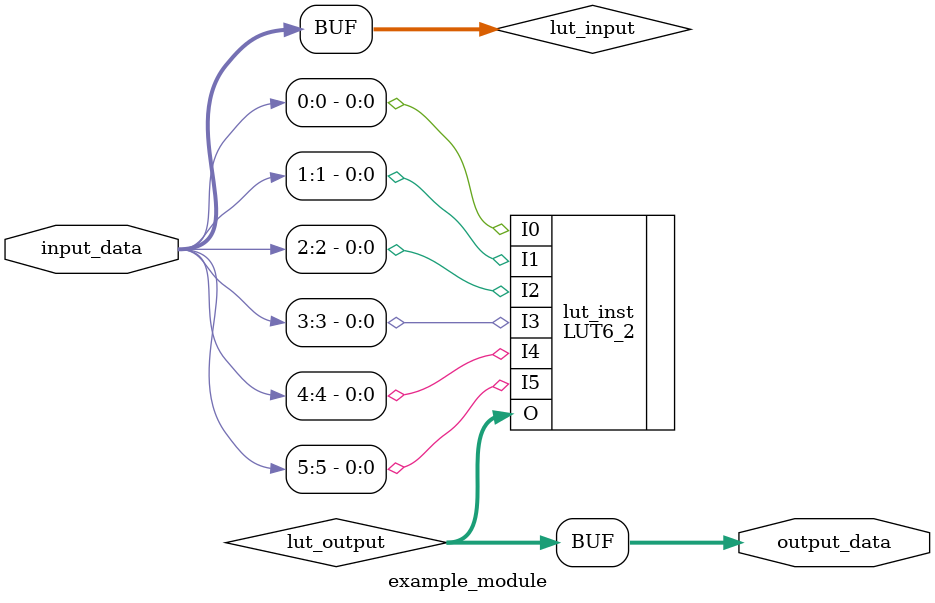
<source format=v>
module example_module (
    input [5:0] input_data,
    output reg [1:0] output_data
);

wire [5:0] lut_input;
wire [1:0] lut_output;

// Use LUT6_2 primitive to implement a 6-input LUT with 2 outputs
LUT6_2 #(.INIT(64'hFEDCBA9876543210)) lut_inst (
    .I0(lut_input[0]),
    .I1(lut_input[1]),
    .I2(lut_input[2]),
    .I3(lut_input[3]),
    .I4(lut_input[4]),
    .I5(lut_input[5]),
    .O(lut_output)
);

assign lut_input = input_data;
assign output_data = lut_output;

endmodule

</source>
